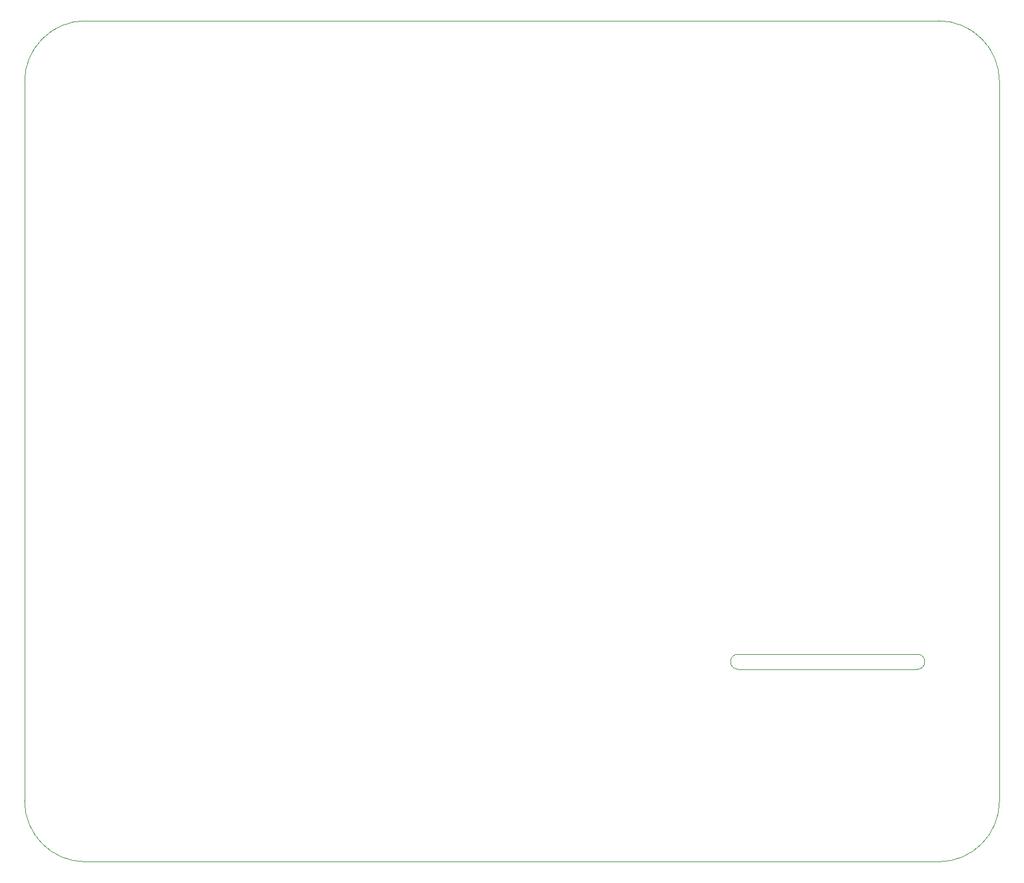
<source format=gbr>
%TF.GenerationSoftware,KiCad,Pcbnew,9.0.4*%
%TF.CreationDate,2025-10-10T02:19:09+02:00*%
%TF.ProjectId,ecad,65636164-2e6b-4696-9361-645f70636258,rev?*%
%TF.SameCoordinates,Original*%
%TF.FileFunction,Profile,NP*%
%FSLAX46Y46*%
G04 Gerber Fmt 4.6, Leading zero omitted, Abs format (unit mm)*
G04 Created by KiCad (PCBNEW 9.0.4) date 2025-10-10 02:19:09*
%MOMM*%
%LPD*%
G01*
G04 APERTURE LIST*
%TA.AperFunction,Profile*%
%ADD10C,0.050000*%
%TD*%
%TA.AperFunction,Profile*%
%ADD11C,0.100000*%
%TD*%
G04 APERTURE END LIST*
D10*
X185549999Y-65250000D02*
G75*
G02*
X193700000Y-73400001I0J-8150001D01*
G01*
X193700000Y-169749999D02*
G75*
G02*
X185549999Y-177900000I-8150001J0D01*
G01*
X71350001Y-177900001D02*
G75*
G02*
X63200000Y-169750000I0J8150001D01*
G01*
X63200000Y-73400001D02*
G75*
G02*
X71350001Y-65250000I8150000J1D01*
G01*
X71350001Y-65250000D02*
X185549999Y-65250000D01*
X63200000Y-169750000D02*
X63200000Y-73400001D01*
X185549999Y-177899999D02*
X71350001Y-177900001D01*
D11*
X158700000Y-152100000D02*
G75*
G02*
X158700000Y-150100000I0J1000000D01*
G01*
X182700000Y-152100000D02*
X158700000Y-152100000D01*
X158700000Y-150100000D02*
X182700000Y-150100000D01*
X182700000Y-150100000D02*
G75*
G02*
X182700000Y-152100000I0J-1000000D01*
G01*
D10*
X193699998Y-73400001D02*
X193700000Y-169749999D01*
M02*

</source>
